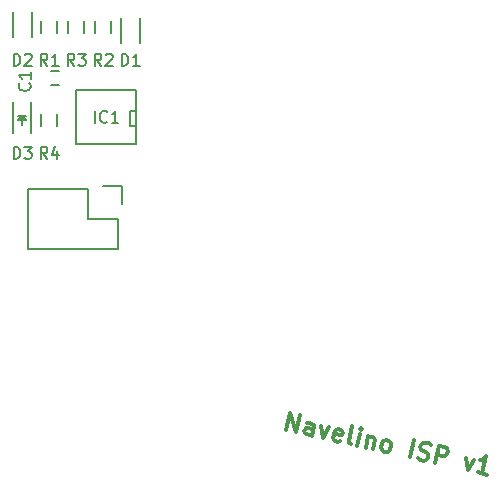
<source format=gto>
G04 #@! TF.FileFunction,Legend,Top*
%FSLAX46Y46*%
G04 Gerber Fmt 4.6, Leading zero omitted, Abs format (unit mm)*
G04 Created by KiCad (PCBNEW 4.0.4-stable) date Wednesday, 02 '02e' November '02e' 2016, 22:28:03*
%MOMM*%
%LPD*%
G01*
G04 APERTURE LIST*
%ADD10C,0.100000*%
%ADD11C,0.300000*%
%ADD12C,0.150000*%
G04 APERTURE END LIST*
D10*
D11*
X14240276Y-30534100D02*
X14564936Y-29069656D01*
X15077101Y-30719619D01*
X15401761Y-29255175D01*
X16402075Y-31013359D02*
X16572134Y-30246269D01*
X16533318Y-30091339D01*
X16409308Y-29990683D01*
X16130366Y-29928843D01*
X15975436Y-29967659D01*
X16417535Y-30943624D02*
X16262604Y-30982439D01*
X15913927Y-30905139D01*
X15789916Y-30804484D01*
X15751100Y-30649553D01*
X15782020Y-30510083D01*
X15882676Y-30386071D01*
X16037606Y-30347256D01*
X16386284Y-30424556D01*
X16541214Y-30385740D01*
X17176398Y-30160743D02*
X17308636Y-31214339D01*
X17873752Y-30315342D01*
X18788539Y-31469263D02*
X18633608Y-31508078D01*
X18354667Y-31446238D01*
X18230656Y-31345583D01*
X18191840Y-31190652D01*
X18315520Y-30632769D01*
X18416176Y-30508758D01*
X18571106Y-30469942D01*
X18850048Y-30531782D01*
X18974058Y-30632438D01*
X19012874Y-30787368D01*
X18981954Y-30926839D01*
X18253680Y-30911710D01*
X19679640Y-31739978D02*
X19555628Y-31639323D01*
X19516813Y-31484392D01*
X19795093Y-30229154D01*
X20237523Y-31863657D02*
X20453963Y-30887361D01*
X20562182Y-30399213D02*
X20476986Y-30453489D01*
X20531262Y-30538685D01*
X20616457Y-30484409D01*
X20562182Y-30399213D01*
X20531262Y-30538685D01*
X21151317Y-31041961D02*
X20934877Y-32018257D01*
X21120397Y-31181433D02*
X21205592Y-31127157D01*
X21360524Y-31088341D01*
X21569729Y-31134721D01*
X21693740Y-31235376D01*
X21732556Y-31390307D01*
X21562496Y-32157397D01*
X22469057Y-32358376D02*
X22345045Y-32257721D01*
X22290771Y-32172526D01*
X22251955Y-32017595D01*
X22344714Y-31599183D01*
X22445370Y-31475172D01*
X22530565Y-31420896D01*
X22685497Y-31382080D01*
X22894703Y-31428460D01*
X23018713Y-31529116D01*
X23072989Y-31614312D01*
X23111805Y-31769243D01*
X23019045Y-32187655D01*
X22918389Y-32311665D01*
X22833193Y-32365941D01*
X22678263Y-32404756D01*
X22469057Y-32358376D01*
X24700591Y-32853096D02*
X25025250Y-31388652D01*
X25343669Y-32922500D02*
X25537416Y-33038615D01*
X25886093Y-33115915D01*
X26041024Y-33077100D01*
X26126220Y-33022824D01*
X26226875Y-32898814D01*
X26257795Y-32759343D01*
X26218980Y-32604412D01*
X26164704Y-32519216D01*
X26040693Y-32418562D01*
X25777212Y-32286986D01*
X25653200Y-32186331D01*
X25598925Y-32101135D01*
X25560109Y-31946204D01*
X25591029Y-31806734D01*
X25691685Y-31682723D01*
X25776880Y-31628447D01*
X25931811Y-31589631D01*
X26280488Y-31666931D01*
X26474234Y-31783047D01*
X26792654Y-33316895D02*
X27117313Y-31852451D01*
X27675196Y-31976130D01*
X27799207Y-32076786D01*
X27853482Y-32161982D01*
X27892298Y-32316913D01*
X27845918Y-32526118D01*
X27745262Y-32650130D01*
X27660068Y-32704405D01*
X27505136Y-32743221D01*
X26947253Y-32619541D01*
X29449833Y-32881698D02*
X29582071Y-33935294D01*
X30147187Y-33036297D01*
X31255720Y-34306333D02*
X30418895Y-34120813D01*
X30837308Y-34213573D02*
X31161968Y-32749129D01*
X30976117Y-32927416D01*
X30805725Y-33035966D01*
X30650795Y-33074782D01*
D12*
X-5684000Y-162000D02*
X-4984000Y-162000D01*
X-4984000Y-1362000D02*
X-5684000Y-1362000D01*
X1816000Y2256000D02*
X1816000Y4356000D01*
X216000Y2256000D02*
X216000Y4356000D01*
X-8928000Y4856000D02*
X-8928000Y2756000D01*
X-7328000Y4856000D02*
X-7328000Y2756000D01*
X1524000Y-6350000D02*
X-3556000Y-6350000D01*
X-3556000Y-6350000D02*
X-3556000Y-1778000D01*
X-3556000Y-1778000D02*
X1524000Y-1778000D01*
X1524000Y-1778000D02*
X1524000Y-6350000D01*
X1524000Y-4826000D02*
X1016000Y-4826000D01*
X1016000Y-4826000D02*
X1016000Y-3556000D01*
X1016000Y-3556000D02*
X1524000Y-3556000D01*
X-6517000Y3056000D02*
X-6517000Y4056000D01*
X-5167000Y4056000D02*
X-5167000Y3056000D01*
X-1945000Y3056000D02*
X-1945000Y4056000D01*
X-595000Y4056000D02*
X-595000Y3056000D01*
X-4231000Y3056000D02*
X-4231000Y4056000D01*
X-2881000Y4056000D02*
X-2881000Y3056000D01*
X-8878000Y-2718000D02*
X-8878000Y-5418000D01*
X-7378000Y-2718000D02*
X-7378000Y-5418000D01*
X-8278000Y-4218000D02*
X-8028000Y-4218000D01*
X-8028000Y-4218000D02*
X-8178000Y-4068000D01*
X-7778000Y-3968000D02*
X-8478000Y-3968000D01*
X-8128000Y-4318000D02*
X-8128000Y-4668000D01*
X-8128000Y-3968000D02*
X-7778000Y-4318000D01*
X-7778000Y-4318000D02*
X-8478000Y-4318000D01*
X-8478000Y-4318000D02*
X-8128000Y-3968000D01*
X-6517000Y-4818000D02*
X-6517000Y-3818000D01*
X-5167000Y-3818000D02*
X-5167000Y-4818000D01*
X-2540000Y-10160000D02*
X-7620000Y-10160000D01*
X280000Y-9880000D02*
X280000Y-11430000D01*
X0Y-12700000D02*
X-2540000Y-12700000D01*
X-2540000Y-12700000D02*
X-2540000Y-10160000D01*
X-7620000Y-10160000D02*
X-7620000Y-15240000D01*
X-7620000Y-15240000D02*
X-2540000Y-15240000D01*
X280000Y-9880000D02*
X-1270000Y-9880000D01*
X0Y-15240000D02*
X0Y-12700000D01*
X-2540000Y-15240000D02*
X0Y-15240000D01*
X-7516857Y-1182666D02*
X-7469238Y-1230285D01*
X-7421619Y-1373142D01*
X-7421619Y-1468380D01*
X-7469238Y-1611238D01*
X-7564476Y-1706476D01*
X-7659714Y-1754095D01*
X-7850190Y-1801714D01*
X-7993048Y-1801714D01*
X-8183524Y-1754095D01*
X-8278762Y-1706476D01*
X-8374000Y-1611238D01*
X-8421619Y-1468380D01*
X-8421619Y-1373142D01*
X-8374000Y-1230285D01*
X-8326381Y-1182666D01*
X-7421619Y-230285D02*
X-7421619Y-801714D01*
X-7421619Y-516000D02*
X-8421619Y-516000D01*
X-8278762Y-611238D01*
X-8183524Y-706476D01*
X-8135905Y-801714D01*
X277905Y309619D02*
X277905Y1309619D01*
X516000Y1309619D01*
X658858Y1262000D01*
X754096Y1166762D01*
X801715Y1071524D01*
X849334Y881048D01*
X849334Y738190D01*
X801715Y547714D01*
X754096Y452476D01*
X658858Y357238D01*
X516000Y309619D01*
X277905Y309619D01*
X1801715Y309619D02*
X1230286Y309619D01*
X1516000Y309619D02*
X1516000Y1309619D01*
X1420762Y1166762D01*
X1325524Y1071524D01*
X1230286Y1023905D01*
X-8866095Y309619D02*
X-8866095Y1309619D01*
X-8628000Y1309619D01*
X-8485142Y1262000D01*
X-8389904Y1166762D01*
X-8342285Y1071524D01*
X-8294666Y881048D01*
X-8294666Y738190D01*
X-8342285Y547714D01*
X-8389904Y452476D01*
X-8485142Y357238D01*
X-8628000Y309619D01*
X-8866095Y309619D01*
X-7913714Y1214381D02*
X-7866095Y1262000D01*
X-7770857Y1309619D01*
X-7532761Y1309619D01*
X-7437523Y1262000D01*
X-7389904Y1214381D01*
X-7342285Y1119143D01*
X-7342285Y1023905D01*
X-7389904Y881048D01*
X-7961333Y309619D01*
X-7342285Y309619D01*
X-1992190Y-4516381D02*
X-1992190Y-3516381D01*
X-944571Y-4421143D02*
X-992190Y-4468762D01*
X-1135047Y-4516381D01*
X-1230285Y-4516381D01*
X-1373143Y-4468762D01*
X-1468381Y-4373524D01*
X-1516000Y-4278286D01*
X-1563619Y-4087810D01*
X-1563619Y-3944952D01*
X-1516000Y-3754476D01*
X-1468381Y-3659238D01*
X-1373143Y-3564000D01*
X-1230285Y-3516381D01*
X-1135047Y-3516381D01*
X-992190Y-3564000D01*
X-944571Y-3611619D01*
X7810Y-4516381D02*
X-563619Y-4516381D01*
X-277905Y-4516381D02*
X-277905Y-3516381D01*
X-373143Y-3659238D01*
X-468381Y-3754476D01*
X-563619Y-3802095D01*
X-6008666Y309619D02*
X-6342000Y785810D01*
X-6580095Y309619D02*
X-6580095Y1309619D01*
X-6199142Y1309619D01*
X-6103904Y1262000D01*
X-6056285Y1214381D01*
X-6008666Y1119143D01*
X-6008666Y976286D01*
X-6056285Y881048D01*
X-6103904Y833429D01*
X-6199142Y785810D01*
X-6580095Y785810D01*
X-5056285Y309619D02*
X-5627714Y309619D01*
X-5342000Y309619D02*
X-5342000Y1309619D01*
X-5437238Y1166762D01*
X-5532476Y1071524D01*
X-5627714Y1023905D01*
X-1436666Y309619D02*
X-1770000Y785810D01*
X-2008095Y309619D02*
X-2008095Y1309619D01*
X-1627142Y1309619D01*
X-1531904Y1262000D01*
X-1484285Y1214381D01*
X-1436666Y1119143D01*
X-1436666Y976286D01*
X-1484285Y881048D01*
X-1531904Y833429D01*
X-1627142Y785810D01*
X-2008095Y785810D01*
X-1055714Y1214381D02*
X-1008095Y1262000D01*
X-912857Y1309619D01*
X-674761Y1309619D01*
X-579523Y1262000D01*
X-531904Y1214381D01*
X-484285Y1119143D01*
X-484285Y1023905D01*
X-531904Y881048D01*
X-1103333Y309619D01*
X-484285Y309619D01*
X-3722666Y309619D02*
X-4056000Y785810D01*
X-4294095Y309619D02*
X-4294095Y1309619D01*
X-3913142Y1309619D01*
X-3817904Y1262000D01*
X-3770285Y1214381D01*
X-3722666Y1119143D01*
X-3722666Y976286D01*
X-3770285Y881048D01*
X-3817904Y833429D01*
X-3913142Y785810D01*
X-4294095Y785810D01*
X-3389333Y1309619D02*
X-2770285Y1309619D01*
X-3103619Y928667D01*
X-2960761Y928667D01*
X-2865523Y881048D01*
X-2817904Y833429D01*
X-2770285Y738190D01*
X-2770285Y500095D01*
X-2817904Y404857D01*
X-2865523Y357238D01*
X-2960761Y309619D01*
X-3246476Y309619D01*
X-3341714Y357238D01*
X-3389333Y404857D01*
X-8866095Y-7564381D02*
X-8866095Y-6564381D01*
X-8628000Y-6564381D01*
X-8485142Y-6612000D01*
X-8389904Y-6707238D01*
X-8342285Y-6802476D01*
X-8294666Y-6992952D01*
X-8294666Y-7135810D01*
X-8342285Y-7326286D01*
X-8389904Y-7421524D01*
X-8485142Y-7516762D01*
X-8628000Y-7564381D01*
X-8866095Y-7564381D01*
X-7961333Y-6564381D02*
X-7342285Y-6564381D01*
X-7675619Y-6945333D01*
X-7532761Y-6945333D01*
X-7437523Y-6992952D01*
X-7389904Y-7040571D01*
X-7342285Y-7135810D01*
X-7342285Y-7373905D01*
X-7389904Y-7469143D01*
X-7437523Y-7516762D01*
X-7532761Y-7564381D01*
X-7818476Y-7564381D01*
X-7913714Y-7516762D01*
X-7961333Y-7469143D01*
X-6008666Y-7564381D02*
X-6342000Y-7088190D01*
X-6580095Y-7564381D02*
X-6580095Y-6564381D01*
X-6199142Y-6564381D01*
X-6103904Y-6612000D01*
X-6056285Y-6659619D01*
X-6008666Y-6754857D01*
X-6008666Y-6897714D01*
X-6056285Y-6992952D01*
X-6103904Y-7040571D01*
X-6199142Y-7088190D01*
X-6580095Y-7088190D01*
X-5151523Y-6897714D02*
X-5151523Y-7564381D01*
X-5389619Y-6516762D02*
X-5627714Y-7231048D01*
X-5008666Y-7231048D01*
M02*

</source>
